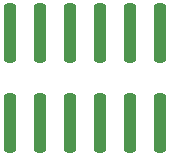
<source format=gbr>
%TF.GenerationSoftware,KiCad,Pcbnew,(6.0.11)*%
%TF.CreationDate,2024-01-05T00:57:41+00:00*%
%TF.ProjectId,Econet_ID_Extender_Internal,45636f6e-6574-45f4-9944-5f457874656e,rev?*%
%TF.SameCoordinates,Original*%
%TF.FileFunction,Paste,Top*%
%TF.FilePolarity,Positive*%
%FSLAX46Y46*%
G04 Gerber Fmt 4.6, Leading zero omitted, Abs format (unit mm)*
G04 Created by KiCad (PCBNEW (6.0.11)) date 2024-01-05 00:57:41*
%MOMM*%
%LPD*%
G01*
G04 APERTURE LIST*
G04 Aperture macros list*
%AMRoundRect*
0 Rectangle with rounded corners*
0 $1 Rounding radius*
0 $2 $3 $4 $5 $6 $7 $8 $9 X,Y pos of 4 corners*
0 Add a 4 corners polygon primitive as box body*
4,1,4,$2,$3,$4,$5,$6,$7,$8,$9,$2,$3,0*
0 Add four circle primitives for the rounded corners*
1,1,$1+$1,$2,$3*
1,1,$1+$1,$4,$5*
1,1,$1+$1,$6,$7*
1,1,$1+$1,$8,$9*
0 Add four rect primitives between the rounded corners*
20,1,$1+$1,$2,$3,$4,$5,0*
20,1,$1+$1,$4,$5,$6,$7,0*
20,1,$1+$1,$6,$7,$8,$9,0*
20,1,$1+$1,$8,$9,$2,$3,0*%
G04 Aperture macros list end*
%ADD10RoundRect,0.255000X0.255000X-2.245000X0.255000X2.245000X-0.255000X2.245000X-0.255000X-2.245000X0*%
G04 APERTURE END LIST*
D10*
%TO.C,J1*%
X137874996Y-96374996D03*
X137874996Y-88774996D03*
X140414996Y-96374996D03*
X140414996Y-88774996D03*
X142954996Y-96374996D03*
X142954996Y-88774996D03*
X145494996Y-96374996D03*
X145494996Y-88774996D03*
X148034996Y-96374996D03*
X148034996Y-88774996D03*
X150574996Y-96374996D03*
X150574996Y-88774996D03*
%TD*%
M02*

</source>
